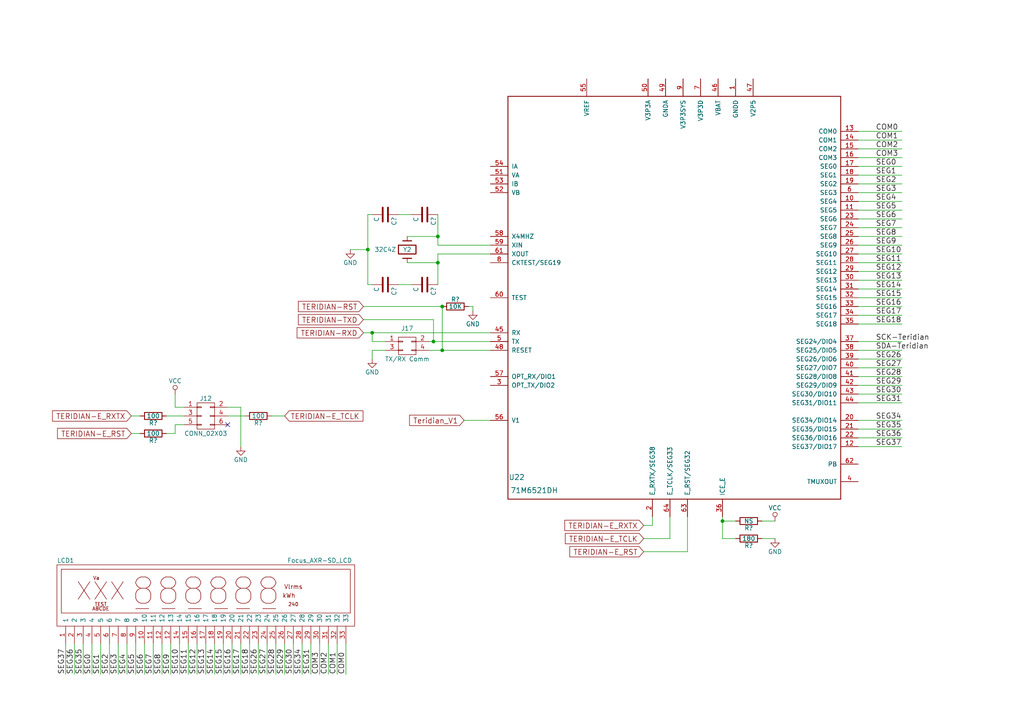
<source format=kicad_sch>
(kicad_sch (version 20231120) (generator "eeschema") (generator_version "8.0")
  (paper "A4")
  (lib_symbols
    (symbol "Landis-Gyr-Focus-AXR-SD-rescue:C" (pin_numbers hide) (pin_names (offset 0.254))
      (property "Reference" "C" (at 0.635 2.54 0))
      (property "Value" "C" (at 0.635 -2.54 0))
      (symbol "C_0_1"
        (polyline (pts (xy -2.032 -0.762) (xy 2.032 -0.762)) (stroke (width 0.508)))
        (polyline (pts (xy -2.032 0.762) (xy 2.032 0.762)) (stroke (width 0.508)))
      )
      (symbol "C_1_1"
        (pin passive line (at 0 3.81 270) (length 2.794) (name "~") (number "1"))
        (pin passive line (at 0 -3.81 90) (length 2.794) (name "~") (number "2"))
      )
    )
    (symbol "Landis-Gyr-Focus-AXR-SD-rescue:CONN_02X02" (pin_names (offset 0.0254) hide)
      (property "Reference" "P" (at 0 3.81 0))
      (property "Value" "CONN_02X02" (at 0 -3.81 0))
      (symbol "CONN_02X02_0_1"
        (rectangle (start -2.54 -1.143) (end -1.27 -1.397))
        (rectangle (start -2.54 1.397) (end -1.27 1.143))
        (rectangle (start -2.54 2.54) (end 2.54 -2.54))
        (rectangle (start 1.27 -1.143) (end 2.54 -1.397))
        (rectangle (start 1.27 1.397) (end 2.54 1.143))
      )
      (symbol "CONN_02X02_1_1"
        (pin passive line (at -6.35 1.27 0) (length 3.81) (name "P1") (number "1"))
        (pin passive line (at 6.35 1.27 180) (length 3.81) (name "P2") (number "2"))
        (pin passive line (at -6.35 -1.27 0) (length 3.81) (name "P3") (number "3"))
        (pin passive line (at 6.35 -1.27 180) (length 3.81) (name "P4") (number "4"))
      )
    )
    (symbol "Landis-Gyr-Focus-AXR-SD-rescue:CONN_02X03" (pin_names (offset 0.0254) hide)
      (property "Reference" "P" (at 0 5.08 0))
      (property "Value" "CONN_02X03" (at 0 -5.08 0))
      (symbol "CONN_02X03_0_1"
        (rectangle (start -2.54 -2.413) (end -1.27 -2.667))
        (rectangle (start -2.54 0.127) (end -1.27 -0.127))
        (rectangle (start -2.54 2.667) (end -1.27 2.413))
        (rectangle (start -2.54 3.81) (end 2.54 -3.81))
        (rectangle (start 1.27 -2.413) (end 2.54 -2.667))
        (rectangle (start 1.27 0.127) (end 2.54 -0.127))
        (rectangle (start 1.27 2.667) (end 2.54 2.413))
      )
      (symbol "CONN_02X03_1_1"
        (pin passive line (at -6.35 2.54 0) (length 3.81) (name "P1") (number "1"))
        (pin passive line (at 6.35 2.54 180) (length 3.81) (name "P2") (number "2"))
        (pin passive line (at -6.35 0 0) (length 3.81) (name "P3") (number "3"))
        (pin passive line (at 6.35 0 180) (length 3.81) (name "P4") (number "4"))
        (pin passive line (at -6.35 -2.54 0) (length 3.81) (name "P5") (number "5"))
        (pin passive line (at 6.35 -2.54 180) (length 3.81) (name "P6") (number "6"))
      )
    )
    (symbol "Landis-Gyr-Focus-AXR-SD-rescue:Crystal" (pin_numbers hide) (pin_names (offset 1.016) hide)
      (property "Reference" "Y" (at 0 3.81 0))
      (property "Value" "Crystal" (at 0 -3.81 0))
      (symbol "Crystal_0_1"
        (rectangle (start -1.27 2.54) (end 1.27 -2.54) (stroke (width 0.3048)))
        (polyline (pts (xy -2.54 -1.27) (xy -2.54 1.27)) (stroke (width 0.3048)))
        (polyline (pts (xy 2.54 -1.27) (xy 2.54 1.27)) (stroke (width 0.3048)))
      )
      (symbol "Crystal_1_1"
        (pin passive line (at -3.81 0 0) (length 1.27) (name "1") (number "1"))
        (pin passive line (at 3.81 0 180) (length 1.27) (name "2") (number "2"))
      )
    )
    (symbol "Landis-Gyr-Focus-AXR-SD-rescue:Focus_AXR-SD_LCD" (pin_names (offset 1.016))
      (property "Reference" "LCD" (at -40.64 10.16 0))
      (property "Value" "Focus_AXR-SD_LCD" (at 33.02 10.16 0))
      (symbol "Focus_AXR-SD_LCD_0_0"
        (polyline (pts (xy -20.32 -3.81) (xy -16.51 -3.81)))
        (polyline (pts (xy -12.7 -3.81) (xy -8.89 -3.81)))
        (polyline (pts (xy -5.08 -3.81) (xy -1.27 -3.81)))
        (polyline (pts (xy 2.54 -3.81) (xy 6.35 -3.81)))
        (polyline (pts (xy 8.89 -3.81) (xy 12.7 -3.81)))
        (polyline (pts (xy 16.51 -3.81) (xy 20.32 -3.81)))
        (text "240" (at 25.4 -2.54 0) (effects (font (size 1.016 1.016))))
        (text "888888" (at 0 1.27 0) (effects (font (size 7.62 7.62))))
        (text "ABCDE" (at -30.48 -3.81 0) (effects (font (size 1.016 1.016))))
        (text "kWh" (at 24.13 0 0) (effects (font (size 1.27 1.27))))
        (text "TEST" (at -30.48 -2.54 0) (effects (font (size 1.016 1.016))))
        (text "Va" (at -31.75 5.08 0) (effects (font (size 1.016 1.016))))
        (text "Vlrms" (at 25.4 2.54 0) (effects (font (size 1.27 1.27))))
        (text "XXX" (at -30.48 1.27 0) (effects (font (size 5.08 5.08))))
      )
      (symbol "Focus_AXR-SD_LCD_0_1"
        (rectangle (start -43.18 -8.89) (end 43.18 8.89))
        (rectangle (start -41.91 -5.08) (end 41.91 7.62))
      )
      (symbol "Focus_AXR-SD_LCD_1_1"
        (pin input line (at -40.64 -13.97 90) (length 5.08) (name "1") (number "1"))
        (pin input line (at -17.78 -13.97 90) (length 5.08) (name "10") (number "10"))
        (pin input line (at -15.24 -13.97 90) (length 5.08) (name "11") (number "11"))
        (pin input line (at -12.7 -13.97 90) (length 5.08) (name "12") (number "12"))
        (pin input line (at -10.16 -13.97 90) (length 5.08) (name "13") (number "12"))
        (pin input line (at -7.62 -13.97 90) (length 5.08) (name "14") (number "14"))
        (pin input line (at -5.08 -13.97 90) (length 5.08) (name "15") (number "15"))
        (pin input line (at -2.54 -13.97 90) (length 5.08) (name "16") (number "16"))
        (pin input line (at 0 -13.97 90) (length 5.08) (name "17") (number "17"))
        (pin input line (at 2.54 -13.97 90) (length 5.08) (name "18") (number "18"))
        (pin input line (at 5.08 -13.97 90) (length 5.08) (name "19") (number "19"))
        (pin input line (at -38.1 -13.97 90) (length 5.08) (name "2") (number "2"))
        (pin input line (at 7.62 -13.97 90) (length 5.08) (name "20") (number "20"))
        (pin input line (at 10.16 -13.97 90) (length 5.08) (name "21") (number "21"))
        (pin input line (at 12.7 -13.97 90) (length 5.08) (name "22") (number "22"))
        (pin input line (at 15.24 -13.97 90) (length 5.08) (name "23") (number "23"))
        (pin input line (at 17.78 -13.97 90) (length 5.08) (name "24") (number "24"))
        (pin input line (at 20.32 -13.97 90) (length 5.08) (name "25") (number "25"))
        (pin input line (at 22.86 -13.97 90) (length 5.08) (name "26") (number "26"))
        (pin input line (at 25.4 -13.97 90) (length 5.08) (name "27") (number "27"))
        (pin input line (at 27.94 -13.97 90) (length 5.08) (name "28") (number "28"))
        (pin input line (at 30.48 -13.97 90) (length 5.08) (name "29") (number "29"))
        (pin input line (at -35.56 -13.97 90) (length 5.08) (name "3") (number "3"))
        (pin input line (at 33.02 -13.97 90) (length 5.08) (name "30") (number "30"))
        (pin input line (at 35.56 -13.97 90) (length 5.08) (name "31") (number "31"))
        (pin input line (at 38.1 -13.97 90) (length 5.08) (name "32") (number "32"))
        (pin input line (at 40.64 -13.97 90) (length 5.08) (name "33") (number "33"))
        (pin input line (at -33.02 -13.97 90) (length 5.08) (name "4") (number "4"))
        (pin input line (at -30.48 -13.97 90) (length 5.08) (name "5") (number "5"))
        (pin input line (at -27.94 -13.97 90) (length 5.08) (name "6") (number "6"))
        (pin input line (at -25.4 -13.97 90) (length 5.08) (name "7") (number "7"))
        (pin input line (at -22.86 -13.97 90) (length 5.08) (name "8") (number "8"))
        (pin input line (at -20.32 -13.97 90) (length 5.08) (name "9") (number "9"))
      )
    )
    (symbol "Landis-Gyr-Focus-AXR-SD-rescue:GND" (power) (pin_names (offset 0))
      (property "Value" "GND" (at 0 -3.81 0))
      (symbol "GND_0_1"
        (polyline (pts (xy 0 0) (xy 0 -1.27) (xy 1.27 -1.27) (xy 0 -2.54) (xy -1.27 -1.27) (xy 0 -1.27)))
      )
      (symbol "GND_1_1"
        (pin power_in line (at 0 0 270) (length 0) hide (name "GND") (number "1"))
      )
    )
    (symbol "Landis-Gyr-Focus-AXR-SD-rescue:R" (pin_numbers hide) (pin_names (offset 0))
      (property "Reference" "R" (at 2.032 0 90))
      (property "Value" "R" (at 0 0 90))
      (symbol "R_0_1"
        (rectangle (start -1.016 -2.54) (end 1.016 2.54) (stroke (width 0.254)))
      )
      (symbol "R_1_1"
        (pin passive line (at 0 3.81 270) (length 1.27) (name "~") (number "1"))
        (pin passive line (at 0 -3.81 90) (length 1.27) (name "~") (number "2"))
      )
    )
    (symbol "Landis-Gyr-Focus-AXR-SD-rescue:VCC" (power) (pin_names (offset 0))
      (property "Value" "VCC" (at 0 3.81 0))
      (symbol "VCC_0_1"
        (polyline (pts (xy 0 0) (xy 0 1.27)))
        (circle (center 0 1.905) (radius 0.635))
      )
      (symbol "VCC_1_1"
        (pin power_in line (at 0 0 90) (length 0) hide (name "VCC") (number "1"))
      )
    )
    (symbol "Landis-Gyr-Focus-AXR-SD:71M6521DH" (pin_names (offset 1.016))
      (property "Reference" "U" (at -34.29 -52.07 0))
      (property "Value" "71M6521DH" (at -29.21 -55.88 0))
      (symbol "71M6521DH_1_1"
        (rectangle (start -36.83 58.42) (end 59.69 -58.42) (stroke (width 0.254)))
        (pin power_in line (at 29.21 63.5 270) (length 5.08) (name "GNDD") (number "1"))
        (pin output line (at 64.77 27.94 180) (length 5.08) (name "SEG4") (number "10"))
        (pin output line (at 64.77 25.4 180) (length 5.08) (name "SEG5") (number "11"))
        (pin output line (at 64.77 -43.18 180) (length 5.08) (name "SEG37/DIO17") (number "12"))
        (pin output line (at 64.77 48.26 180) (length 5.08) (name "COM0") (number "13"))
        (pin output line (at 64.77 45.72 180) (length 5.08) (name "COM1") (number "14"))
        (pin output line (at 64.77 43.18 180) (length 5.08) (name "COM2") (number "15"))
        (pin output line (at 64.77 40.64 180) (length 5.08) (name "COM3") (number "16"))
        (pin output line (at 64.77 38.1 180) (length 5.08) (name "SEG0") (number "17"))
        (pin output line (at 64.77 35.56 180) (length 5.08) (name "SEG1") (number "18"))
        (pin output line (at 64.77 33.02 180) (length 5.08) (name "SEG2") (number "19"))
        (pin bidirectional line (at 5.08 -63.5 90) (length 5.08) (name "E_RXTX/SEG38") (number "2"))
        (pin output line (at 64.77 -35.56 180) (length 5.08) (name "SEG34/DIO14") (number "20"))
        (pin output line (at 64.77 -38.1 180) (length 5.08) (name "SEG35/DIO15") (number "21"))
        (pin output line (at 64.77 -40.64 180) (length 5.08) (name "SEG36/DIO16") (number "22"))
        (pin output line (at 64.77 22.86 180) (length 5.08) (name "SEG6") (number "23"))
        (pin output line (at 64.77 20.32 180) (length 5.08) (name "SEG7") (number "24"))
        (pin output line (at 64.77 17.78 180) (length 5.08) (name "SEG8") (number "25"))
        (pin output line (at 64.77 15.24 180) (length 5.08) (name "SEG9") (number "26"))
        (pin output line (at 64.77 12.7 180) (length 5.08) (name "SEG10") (number "27"))
        (pin output line (at 64.77 10.16 180) (length 5.08) (name "SEG11") (number "28"))
        (pin output line (at 64.77 7.62 180) (length 5.08) (name "SEG12") (number "29"))
        (pin bidirectional line (at -41.91 -25.4 0) (length 5.08) (name "OPT_TX/DIO2") (number "3"))
        (pin output line (at 64.77 5.08 180) (length 5.08) (name "SEG13") (number "30"))
        (pin output line (at 64.77 2.54 180) (length 5.08) (name "SEG14") (number "31"))
        (pin output line (at 64.77 0 180) (length 5.08) (name "SEG15") (number "32"))
        (pin output line (at 64.77 -2.54 180) (length 5.08) (name "SEG16") (number "33"))
        (pin output line (at 64.77 -5.08 180) (length 5.08) (name "SEG17") (number "34"))
        (pin output line (at 64.77 -7.62 180) (length 5.08) (name "SEG18") (number "35"))
        (pin output line (at 25.4 -63.5 90) (length 5.08) (name "ICE_E") (number "36"))
        (pin output line (at 64.77 -12.7 180) (length 5.08) (name "SEG24/DIO4") (number "37"))
        (pin output line (at 64.77 -15.24 180) (length 5.08) (name "SEG25/DIO5") (number "38"))
        (pin output line (at 64.77 -17.78 180) (length 5.08) (name "SEG26/DIO6") (number "39"))
        (pin output line (at 64.77 -53.34 180) (length 5.08) (name "TMUXOUT") (number "4"))
        (pin output line (at 64.77 -20.32 180) (length 5.08) (name "SEG27/DIO7") (number "40"))
        (pin output line (at 64.77 -22.86 180) (length 5.08) (name "SEG28/DIO8") (number "41"))
        (pin output line (at 64.77 -25.4 180) (length 5.08) (name "SEG29/DIO9") (number "42"))
        (pin output line (at 64.77 -27.94 180) (length 5.08) (name "SEG30/DIO10") (number "43"))
        (pin output line (at 64.77 -30.48 180) (length 5.08) (name "SEG31/DIO11") (number "44"))
        (pin input line (at -41.91 -10.16 0) (length 5.08) (name "RX") (number "45"))
        (pin power_in line (at 24.13 63.5 270) (length 5.08) (name "VBAT") (number "46"))
        (pin power_in line (at 34.29 63.5 270) (length 5.08) (name "V2P5") (number "47"))
        (pin input line (at -41.91 -15.24 0) (length 5.08) (name "RESET") (number "48"))
        (pin input line (at 8.89 63.5 270) (length 5.08) (name "GNDA") (number "49"))
        (pin output line (at -41.91 -12.7 0) (length 5.08) (name "TX") (number "5"))
        (pin input line (at 3.81 63.5 270) (length 5.08) (name "V3P3A") (number "50"))
        (pin input line (at -41.91 35.56 0) (length 5.08) (name "VA") (number "51"))
        (pin input line (at -41.91 30.48 0) (length 5.08) (name "VB") (number "52"))
        (pin input line (at -41.91 33.02 0) (length 5.08) (name "IB") (number "53"))
        (pin input line (at -41.91 38.1 0) (length 5.08) (name "IA") (number "54"))
        (pin input line (at -13.97 63.5 270) (length 5.08) (name "VREF") (number "55"))
        (pin input line (at -41.91 -35.56 0) (length 5.08) (name "V1") (number "56"))
        (pin input line (at -41.91 -22.86 0) (length 5.08) (name "OPT_RX/DIO1") (number "57"))
        (pin input line (at -41.91 17.78 0) (length 5.08) (name "X4MHZ") (number "58"))
        (pin input line (at -41.91 15.24 0) (length 5.08) (name "XIN") (number "59"))
        (pin output line (at 64.77 30.48 180) (length 5.08) (name "SEG3") (number "6"))
        (pin input line (at -41.91 0 0) (length 5.08) (name "TEST") (number "60"))
        (pin input line (at -41.91 12.7 0) (length 5.08) (name "XOUT") (number "61"))
        (pin input line (at 64.77 -48.26 180) (length 5.08) (name "PB") (number "62"))
        (pin input line (at 15.24 -63.5 90) (length 5.08) (name "E_RST/SEG32") (number "63"))
        (pin input line (at 10.16 -63.5 90) (length 5.08) (name "E_TCLK/SEG33") (number "64"))
        (pin output line (at 19.05 63.5 270) (length 5.08) (name "V3P3D") (number "7"))
        (pin output line (at -41.91 10.16 0) (length 5.08) (name "CKTEST/SEG19") (number "8"))
        (pin output line (at 13.97 63.5 270) (length 5.08) (name "V3P3SYS") (number "9"))
      )
    )
  )
  (junction (at 127 68.58))
  (junction (at 107.95 96.52))
  (junction (at 209.55 151.13))
  (junction (at 128.27 88.9))
  (junction (at 125.73 99.06))
  (junction (at 127 76.2))
  (junction (at 128.27 101.6))
  (junction (at 106.68 72.39))
  (no_connect (at 66.04 123.19))
  (wire (pts (xy 53.34 120.65) (xy 48.26 120.65)))
  (wire (pts (xy 26.67 186.69) (xy 26.67 195.58)))
  (wire (pts (xy 125.73 99.06) (xy 125.73 92.71)))
  (wire (pts (xy 106.68 72.39) (xy 101.6 72.39)))
  (wire (pts (xy 107.95 101.6) (xy 107.95 104.14)))
  (wire (pts (xy 50.8 123.19) (xy 50.8 125.73)))
  (wire (pts (xy 248.92 127) (xy 261.62 127)))
  (wire (pts (xy 66.04 118.11) (xy 69.85 118.11)))
  (wire (pts (xy 248.92 104.14) (xy 261.62 104.14)))
  (wire (pts (xy 248.92 68.58) (xy 261.62 68.58)))
  (wire (pts (xy 34.29 186.69) (xy 34.29 195.58)))
  (wire (pts (xy 125.73 99.06) (xy 142.24 99.06)))
  (wire (pts (xy 106.68 62.23) (xy 106.68 72.39)))
  (wire (pts (xy 82.55 186.69) (xy 82.55 195.58)))
  (wire (pts (xy 220.98 151.13) (xy 224.79 151.13)))
  (wire (pts (xy 248.92 71.12) (xy 261.62 71.12)))
  (wire (pts (xy 44.45 186.69) (xy 44.45 195.58)))
  (wire (pts (xy 59.69 186.69) (xy 59.69 195.58)))
  (wire (pts (xy 72.39 186.69) (xy 72.39 195.58)))
  (wire (pts (xy 248.92 40.64) (xy 261.62 40.64)))
  (wire (pts (xy 127 68.58) (xy 127 71.12)))
  (wire (pts (xy 62.23 186.69) (xy 62.23 195.58)))
  (wire (pts (xy 124.46 99.06) (xy 125.73 99.06)))
  (wire (pts (xy 248.92 55.88) (xy 261.62 55.88)))
  (wire (pts (xy 248.92 83.82) (xy 261.62 83.82)))
  (wire (pts (xy 85.09 186.69) (xy 85.09 195.58)))
  (wire (pts (xy 118.11 76.2) (xy 127 76.2)))
  (wire (pts (xy 248.92 63.5) (xy 261.62 63.5)))
  (wire (pts (xy 127 76.2) (xy 127 82.55)))
  (wire (pts (xy 248.92 129.54) (xy 261.62 129.54)))
  (wire (pts (xy 69.85 186.69) (xy 69.85 195.58)))
  (wire (pts (xy 142.24 101.6) (xy 128.27 101.6)))
  (wire (pts (xy 107.95 96.52) (xy 107.95 99.06)))
  (wire (pts (xy 24.13 186.69) (xy 24.13 195.58)))
  (wire (pts (xy 248.92 124.46) (xy 261.62 124.46)))
  (wire (pts (xy 50.8 125.73) (xy 48.26 125.73)))
  (wire (pts (xy 106.68 82.55) (xy 107.95 82.55)))
  (wire (pts (xy 137.16 88.9) (xy 137.16 90.17)))
  (wire (pts (xy 53.34 118.11) (xy 50.8 118.11)))
  (wire (pts (xy 209.55 151.13) (xy 213.36 151.13)))
  (wire (pts (xy 248.92 45.72) (xy 261.62 45.72)))
  (wire (pts (xy 19.05 186.69) (xy 19.05 195.58)))
  (wire (pts (xy 248.92 76.2) (xy 261.62 76.2)))
  (wire (pts (xy 142.24 121.92) (xy 134.62 121.92)))
  (wire (pts (xy 100.33 186.69) (xy 100.33 195.58)))
  (wire (pts (xy 54.61 186.69) (xy 54.61 195.58)))
  (wire (pts (xy 248.92 48.26) (xy 261.62 48.26)))
  (wire (pts (xy 67.31 186.69) (xy 67.31 195.58)))
  (wire (pts (xy 21.59 186.69) (xy 21.59 195.58)))
  (wire (pts (xy 199.39 160.02) (xy 199.39 149.86)))
  (wire (pts (xy 248.92 43.18) (xy 261.62 43.18)))
  (wire (pts (xy 248.92 60.96) (xy 261.62 60.96)))
  (wire (pts (xy 90.17 186.69) (xy 90.17 195.58)))
  (wire (pts (xy 111.76 101.6) (xy 107.95 101.6)))
  (wire (pts (xy 119.38 62.23) (xy 115.57 62.23)))
  (wire (pts (xy 57.15 186.69) (xy 57.15 195.58)))
  (wire (pts (xy 106.68 62.23) (xy 107.95 62.23)))
  (wire (pts (xy 106.68 72.39) (xy 106.68 82.55)))
  (wire (pts (xy 97.79 186.69) (xy 97.79 195.58)))
  (wire (pts (xy 127 62.23) (xy 127 68.58)))
  (wire (pts (xy 209.55 149.86) (xy 209.55 151.13)))
  (wire (pts (xy 119.38 82.55) (xy 115.57 82.55)))
  (wire (pts (xy 50.8 118.11) (xy 50.8 114.3)))
  (wire (pts (xy 248.92 101.6) (xy 261.62 101.6)))
  (wire (pts (xy 248.92 53.34) (xy 261.62 53.34)))
  (wire (pts (xy 248.92 73.66) (xy 261.62 73.66)))
  (wire (pts (xy 248.92 91.44) (xy 261.62 91.44)))
  (wire (pts (xy 46.99 186.69) (xy 46.99 195.58)))
  (wire (pts (xy 209.55 156.21) (xy 213.36 156.21)))
  (wire (pts (xy 125.73 92.71) (xy 105.41 92.71)))
  (wire (pts (xy 248.92 121.92) (xy 261.62 121.92)))
  (wire (pts (xy 248.92 106.68) (xy 261.62 106.68)))
  (wire (pts (xy 248.92 109.22) (xy 261.62 109.22)))
  (wire (pts (xy 52.07 186.69) (xy 52.07 195.58)))
  (wire (pts (xy 71.12 120.65) (xy 66.04 120.65)))
  (wire (pts (xy 29.21 186.69) (xy 29.21 195.58)))
  (wire (pts (xy 189.23 149.86) (xy 189.23 152.4)))
  (wire (pts (xy 41.91 186.69) (xy 41.91 195.58)))
  (wire (pts (xy 77.47 195.58) (xy 77.47 186.69)))
  (wire (pts (xy 186.69 160.02) (xy 199.39 160.02)))
  (wire (pts (xy 87.63 186.69) (xy 87.63 195.58)))
  (wire (pts (xy 186.69 156.21) (xy 194.31 156.21)))
  (wire (pts (xy 189.23 152.4) (xy 186.69 152.4)))
  (wire (pts (xy 127 71.12) (xy 142.24 71.12)))
  (wire (pts (xy 36.83 186.69) (xy 36.83 195.58)))
  (wire (pts (xy 118.11 68.58) (xy 127 68.58)))
  (wire (pts (xy 248.92 66.04) (xy 261.62 66.04)))
  (wire (pts (xy 39.37 186.69) (xy 39.37 195.58)))
  (wire (pts (xy 220.98 156.21) (xy 224.79 156.21)))
  (wire (pts (xy 31.75 186.69) (xy 31.75 195.58)))
  (wire (pts (xy 248.92 114.3) (xy 261.62 114.3)))
  (wire (pts (xy 40.64 125.73) (xy 38.1 125.73)))
  (wire (pts (xy 248.92 93.98) (xy 261.62 93.98)))
  (wire (pts (xy 92.71 186.69) (xy 92.71 195.58)))
  (wire (pts (xy 64.77 186.69) (xy 64.77 195.58)))
  (wire (pts (xy 248.92 111.76) (xy 261.62 111.76)))
  (wire (pts (xy 248.92 50.8) (xy 261.62 50.8)))
  (wire (pts (xy 74.93 186.69) (xy 74.93 195.58)))
  (wire (pts (xy 128.27 88.9) (xy 105.41 88.9)))
  (wire (pts (xy 127 73.66) (xy 127 76.2)))
  (wire (pts (xy 105.41 96.52) (xy 107.95 96.52)))
  (wire (pts (xy 53.34 123.19) (xy 50.8 123.19)))
  (wire (pts (xy 80.01 186.69) (xy 80.01 195.58)))
  (wire (pts (xy 248.92 81.28) (xy 261.62 81.28)))
  (wire (pts (xy 128.27 101.6) (xy 124.46 101.6)))
  (wire (pts (xy 49.53 186.69) (xy 49.53 195.58)))
  (wire (pts (xy 194.31 156.21) (xy 194.31 149.86)))
  (wire (pts (xy 135.89 88.9) (xy 137.16 88.9)))
  (wire (pts (xy 248.92 116.84) (xy 261.62 116.84)))
  (wire (pts (xy 128.27 101.6) (xy 128.27 88.9)))
  (wire (pts (xy 248.92 78.74) (xy 261.62 78.74)))
  (wire (pts (xy 107.95 99.06) (xy 111.76 99.06)))
  (wire (pts (xy 127 73.66) (xy 142.24 73.66)))
  (wire (pts (xy 40.64 120.65) (xy 38.1 120.65)))
  (wire (pts (xy 95.25 186.69) (xy 95.25 195.58)))
  (wire (pts (xy 69.85 118.11) (xy 69.85 129.54)))
  (wire (pts (xy 248.92 88.9) (xy 261.62 88.9)))
  (wire (pts (xy 248.92 86.36) (xy 261.62 86.36)))
  (wire (pts (xy 248.92 38.1) (xy 261.62 38.1)))
  (wire (pts (xy 107.95 96.52) (xy 142.24 96.52)))
  (wire (pts (xy 248.92 99.06) (xy 261.62 99.06)))
  (wire (pts (xy 209.55 151.13) (xy 209.55 156.21)))
  (wire (pts (xy 248.92 58.42) (xy 261.62 58.42)))
  (wire (pts (xy 82.55 120.65) (xy 78.74 120.65)))
  (label "SEG35" (at 254 124.46 0) (effects (font (size 1.524 1.524))))
  (label "SEG1" (at 254 50.8 0) (effects (font (size 1.524 1.524))))
  (label "COM2" (at 254 43.18 0) (effects (font (size 1.524 1.524))))
  (label "SEG26" (at 254 104.14 0) (effects (font (size 1.524 1.524))))
  (label "SEG29" (at 254 111.76 0) (effects (font (size 1.524 1.524))))
  (label "SEG2" (at 31.75 195.58 90) (effects (font (size 1.524 1.524))))
  (label "SEG4" (at 254 58.42 0) (effects (font (size 1.524 1.524))))
  (label "COM3" (at 92.71 195.58 90) (effects (font (size 1.524 1.524))))
  (label "SEG10" (at 52.07 195.58 90) (effects (font (size 1.524 1.524))))
  (label "SEG27" (at 254 106.68 0) (effects (font (size 1.524 1.524))))
  (label "SEG26" (at 74.93 195.58 90) (effects (font (size 1.524 1.524))))
  (label "SEG34" (at 254 121.92 0) (effects (font (size 1.524 1.524))))
  (label "SEG27" (at 77.47 195.58 90) (effects (font (size 1.524 1.524))))
  (label "COM0" (at 254 38.1 0) (effects (font (size 1.524 1.524))))
  (label "SEG0" (at 254 48.26 0) (effects (font (size 1.524 1.524))))
  (label "SEG13" (at 59.69 195.58 90) (effects (font (size 1.524 1.524))))
  (label "SEG16" (at 67.31 195.58 90) (effects (font (size 1.524 1.524))))
  (label "SEG17" (at 69.85 195.58 90) (effects (font (size 1.524 1.524))))
  (label "SEG8" (at 46.99 195.58 90) (effects (font (size 1.524 1.524))))
  (label "SEG3" (at 254 55.88 0) (effects (font (size 1.524 1.524))))
  (label "SEG5" (at 39.37 195.58 90) (effects (font (size 1.524 1.524))))
  (label "COM0" (at 100.33 195.58 90) (effects (font (size 1.524 1.524))))
  (label "SEG34" (at 87.63 195.58 90) (effects (font (size 1.524 1.524))))
  (label "SDA-Teridian" (at 254 101.6 0) (effects (font (size 1.524 1.524))))
  (label "SEG18" (at 72.39 195.58 90) (effects (font (size 1.524 1.524))))
  (label "SEG14" (at 62.23 195.58 90) (effects (font (size 1.524 1.524))))
  (label "SEG11" (at 54.61 195.58 90) (effects (font (size 1.524 1.524))))
  (label "SEG3" (at 34.29 195.58 90) (effects (font (size 1.524 1.524))))
  (label "SEG13" (at 254 81.28 0) (effects (font (size 1.524 1.524))))
  (label "SEG9" (at 49.53 195.58 90) (effects (font (size 1.524 1.524))))
  (label "SEG18" (at 254 93.98 0) (effects (font (size 1.524 1.524))))
  (label "SEG37" (at 19.05 195.58 90) (effects (font (size 1.524 1.524))))
  (label "COM1" (at 97.79 195.58 90) (effects (font (size 1.524 1.524))))
  (label "SEG16" (at 254 88.9 0) (effects (font (size 1.524 1.524))))
  (label "COM1" (at 254 40.64 0) (effects (font (size 1.524 1.524))))
  (label "SEG28" (at 80.01 195.58 90) (effects (font (size 1.524 1.524))))
  (label "SEG17" (at 254 91.44 0) (effects (font (size 1.524 1.524))))
  (label "SEG35" (at 24.13 195.58 90) (effects (font (size 1.524 1.524))))
  (label "SEG12" (at 254 78.74 0) (effects (font (size 1.524 1.524))))
  (label "SEG10" (at 254 73.66 0) (effects (font (size 1.524 1.524))))
  (label "SEG0" (at 26.67 195.58 90) (effects (font (size 1.524 1.524))))
  (label "SEG15" (at 254 86.36 0) (effects (font (size 1.524 1.524))))
  (label "SEG9" (at 254 71.12 0) (effects (font (size 1.524 1.524))))
  (label "SEG2" (at 254 53.34 0) (effects (font (size 1.524 1.524))))
  (label "SEG7" (at 254 66.04 0) (effects (font (size 1.524 1.524))))
  (label "SEG28" (at 254 109.22 0) (effects (font (size 1.524 1.524))))
  (label "SEG31" (at 90.17 195.58 90) (effects (font (size 1.524 1.524))))
  (label "SEG29" (at 82.55 195.58 90) (effects (font (size 1.524 1.524))))
  (label "SEG6" (at 41.91 195.58 90) (effects (font (size 1.524 1.524))))
  (label "SEG37" (at 254 129.54 0) (effects (font (size 1.524 1.524))))
  (label "SEG30" (at 254 114.3 0) (effects (font (size 1.524 1.524))))
  (label "SEG31" (at 254 116.84 0) (effects (font (size 1.524 1.524))))
  (label "SEG4" (at 36.83 195.58 90) (effects (font (size 1.524 1.524))))
  (label "SEG7" (at 44.45 195.58 90) (effects (font (size 1.524 1.524))))
  (label "SEG11" (at 254 76.2 0) (effects (font (size 1.524 1.524))))
  (label "SEG36" (at 21.59 195.58 90) (effects (font (size 1.524 1.524))))
  (label "SEG14" (at 254 83.82 0) (effects (font (size 1.524 1.524))))
  (label "SEG1" (at 29.21 195.58 90) (effects (font (size 1.524 1.524))))
  (label "SEG30" (at 85.09 195.58 90) (effects (font (size 1.524 1.524))))
  (label "SEG12" (at 57.15 195.58 90) (effects (font (size 1.524 1.524))))
  (label "COM2" (at 95.25 195.58 90) (effects (font (size 1.524 1.524))))
  (label "SEG15" (at 64.77 195.58 90) (effects (font (size 1.524 1.524))))
  (label "COM3" (at 254 45.72 0) (effects (font (size 1.524 1.524))))
  (label "SCK-Teridian" (at 254 99.06 0) (effects (font (size 1.524 1.524))))
  (label "SEG36" (at 254 127 0) (effects (font (size 1.524 1.524))))
  (label "SEG6" (at 254 63.5 0) (effects (font (size 1.524 1.524))))
  (label "SEG8" (at 254 68.58 0) (effects (font (size 1.524 1.524))))
  (label "SEG5" (at 254 60.96 0) (effects (font (size 1.524 1.524))))
  (global_label "Teridian_V1" (shape input) (at 134.62 121.92 180) (effects (font (size 1.524 1.524))) (property "Intersheetrefs" "${INTERSHEET_REFS}" (effects (hide yes))))
  (global_label "TERIDIAN-E_RST" (shape input) (at 186.69 160.02 180) (effects (font (size 1.524 1.524))) (property "Intersheetrefs" "${INTERSHEET_REFS}" (effects (hide yes))))
  (global_label "TERIDIAN-TXD" (shape input) (at 105.41 92.71 180) (effects (font (size 1.524 1.524))) (property "Intersheetrefs" "${INTERSHEET_REFS}" (effects (hide yes))))
  (global_label "TERIDIAN-E_RXTX" (shape input) (at 186.69 152.4 180) (effects (font (size 1.524 1.524))) (property "Intersheetrefs" "${INTERSHEET_REFS}" (effects (hide yes))))
  (global_label "TERIDIAN-E_TCLK" (shape input) (at 82.55 120.65 0) (effects (font (size 1.524 1.524))) (property "Intersheetrefs" "${INTERSHEET_REFS}" (effects (hide yes))))
  (global_label "TERIDIAN-E_RST" (shape input) (at 38.1 125.73 180) (effects (font (size 1.524 1.524))) (property "Intersheetrefs" "${INTERSHEET_REFS}" (effects (hide yes))))
  (global_label "TERIDIAN-E_TCLK" (shape input) (at 186.69 156.21 180) (effects (font (size 1.524 1.524))) (property "Intersheetrefs" "${INTERSHEET_REFS}" (effects (hide yes))))
  (global_label "TERIDIAN-RXD" (shape input) (at 105.41 96.52 180) (effects (font (size 1.524 1.524))) (property "Intersheetrefs" "${INTERSHEET_REFS}" (effects (hide yes))))
  (global_label "TERIDIAN-RST" (shape input) (at 105.41 88.9 180) (effects (font (size 1.524 1.524))) (property "Intersheetrefs" "${INTERSHEET_REFS}" (effects (hide yes))))
  (global_label "TERIDIAN-E_RXTX" (shape input) (at 38.1 120.65 180) (effects (font (size 1.524 1.524))) (property "Intersheetrefs" "${INTERSHEET_REFS}" (effects (hide yes))))
  (symbol (lib_id "Landis-Gyr-Focus-AXR-SD:71M6521DH") (at 184.15 86.36 0) (unit 1)
    (property "Reference" "U22" (at 149.86 138.43 0) (effects (font (size 1.524 1.524))))
    (property "Value" "71M6521DH" (at 154.94 142.24 0) (effects (font (size 1.524 1.524))))
  )
  (symbol (lib_id "Landis-Gyr-Focus-AXR-SD-rescue:Focus_AXR-SD_LCD") (at 59.69 172.72 0) (unit 1)
    (property "Reference" "LCD1" (at 19.05 162.56 0))
    (property "Value" "Focus_AXR-SD_LCD" (at 92.71 162.56 0))
  )
  (symbol (lib_id "Landis-Gyr-Focus-AXR-SD-rescue:Crystal") (at 118.11 72.39 270) (unit 1)
    (property "Reference" "Y2" (at 118.11 72.39 90))
    (property "Value" "32C4Z" (at 111.76 72.39 90))
  )
  (symbol (lib_id "Landis-Gyr-Focus-AXR-SD-rescue:C") (at 123.19 62.23 270) (unit 1)
    (property "Reference" "C?" (at 125.73 62.865 0) (effects (justify left)))
    (property "Value" "C" (at 120.65 62.865 0) (effects (justify left)))
  )
  (symbol (lib_id "Landis-Gyr-Focus-AXR-SD-rescue:C") (at 111.76 62.23 270) (unit 1)
    (property "Reference" "C?" (at 114.3 62.865 0) (effects (justify left)))
    (property "Value" "C" (at 109.22 62.865 0) (effects (justify left)))
  )
  (symbol (lib_id "Landis-Gyr-Focus-AXR-SD-rescue:C") (at 123.19 82.55 270) (unit 1)
    (property "Reference" "C?" (at 125.73 83.185 0) (effects (justify left)))
    (property "Value" "C" (at 120.65 83.185 0) (effects (justify left)))
  )
  (symbol (lib_id "Landis-Gyr-Focus-AXR-SD-rescue:C") (at 111.76 82.55 270) (unit 1)
    (property "Reference" "C?" (at 114.3 83.185 0) (effects (justify left)))
    (property "Value" "C" (at 109.22 83.185 0) (effects (justify left)))
  )
  (symbol (lib_id "Landis-Gyr-Focus-AXR-SD-rescue:GND") (at 101.6 72.39 0) (unit 1)
    (property "Reference" "#PWR?" (effects (hide yes)))
    (property "Value" "GND" (at 101.6 76.2 0))
  )
  (symbol (lib_id "Landis-Gyr-Focus-AXR-SD-rescue:CONN_02X02") (at 118.11 100.33 0) (unit 1)
    (property "Reference" "J17" (at 118.11 95.25 0))
    (property "Value" "TX/RX Comm" (at 118.11 104.14 0))
  )
  (symbol (lib_id "Landis-Gyr-Focus-AXR-SD-rescue:GND") (at 107.95 104.14 0) (unit 1)
    (property "Reference" "#PWR?" (effects (hide yes)))
    (property "Value" "GND" (at 107.95 107.95 0))
  )
  (symbol (lib_id "Landis-Gyr-Focus-AXR-SD-rescue:CONN_02X03") (at 59.69 120.65 0) (unit 1)
    (property "Reference" "J12" (at 59.69 115.57 0))
    (property "Value" "CONN_02X03" (at 59.69 125.73 0))
  )
  (symbol (lib_id "Landis-Gyr-Focus-AXR-SD-rescue:VCC") (at 50.8 114.3 0) (unit 1)
    (property "Reference" "#PWR?" (effects (hide yes)))
    (property "Value" "VCC" (at 50.8 110.49 0))
  )
  (symbol (lib_id "Landis-Gyr-Focus-AXR-SD-rescue:R") (at 44.45 120.65 270) (unit 1)
    (property "Reference" "R?" (at 44.45 122.682 90))
    (property "Value" "100" (at 44.45 120.65 90))
  )
  (symbol (lib_id "Landis-Gyr-Focus-AXR-SD-rescue:R") (at 44.45 125.73 270) (unit 1)
    (property "Reference" "R?" (at 44.45 127.762 90))
    (property "Value" "100" (at 44.45 125.73 90))
  )
  (symbol (lib_id "Landis-Gyr-Focus-AXR-SD-rescue:R") (at 74.93 120.65 270) (unit 1)
    (property "Reference" "R?" (at 74.93 122.682 90))
    (property "Value" "100" (at 74.93 120.65 90))
  )
  (symbol (lib_id "Landis-Gyr-Focus-AXR-SD-rescue:GND") (at 69.85 129.54 0) (unit 1)
    (property "Reference" "#PWR?" (effects (hide yes)))
    (property "Value" "GND" (at 69.85 133.35 0))
  )
  (symbol (lib_id "Landis-Gyr-Focus-AXR-SD-rescue:R") (at 217.17 151.13 270) (unit 1)
    (property "Reference" "R?" (at 217.17 153.162 90))
    (property "Value" "NS" (at 217.17 151.13 90))
  )
  (symbol (lib_id "Landis-Gyr-Focus-AXR-SD-rescue:GND") (at 224.79 156.21 0) (unit 1)
    (property "Reference" "#PWR?" (effects (hide yes)))
    (property "Value" "GND" (at 224.79 160.02 0))
  )
  (symbol (lib_id "Landis-Gyr-Focus-AXR-SD-rescue:R") (at 217.17 156.21 270) (unit 1)
    (property "Reference" "R?" (at 217.17 158.242 90))
    (property "Value" "180" (at 217.17 156.21 90))
  )
  (symbol (lib_id "Landis-Gyr-Focus-AXR-SD-rescue:VCC") (at 224.79 151.13 0) (unit 1)
    (property "Reference" "#PWR?" (effects (hide yes)))
    (property "Value" "VCC" (at 224.79 147.32 0))
  )
  (symbol (lib_id "Landis-Gyr-Focus-AXR-SD-rescue:R") (at 132.08 88.9 90) (unit 1)
    (property "Reference" "R?" (at 132.08 86.868 90))
    (property "Value" "10K" (at 132.08 88.9 90))
  )
  (symbol (lib_id "Landis-Gyr-Focus-AXR-SD-rescue:GND") (at 137.16 90.17 0) (unit 1)
    (property "Reference" "#PWR?" (effects (hide yes)))
    (property "Value" "GND" (at 137.16 93.98 0))
  )
)
</source>
